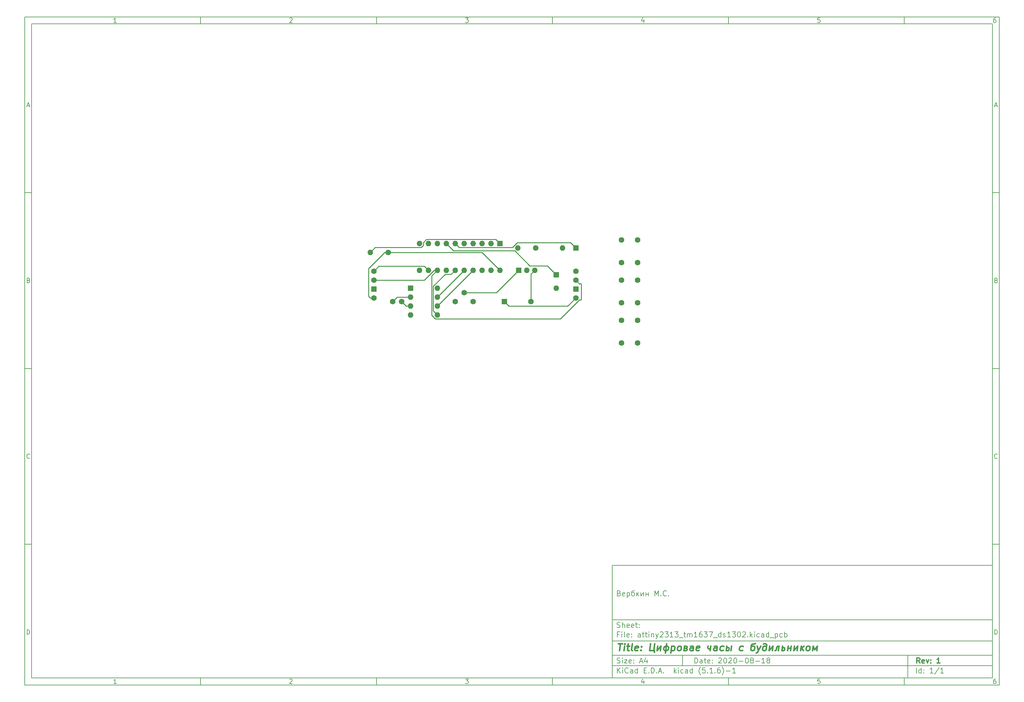
<source format=gbl>
%TF.GenerationSoftware,KiCad,Pcbnew,(5.1.6)-1*%
%TF.CreationDate,2020-08-18T16:34:13+05:00*%
%TF.ProjectId,attiny2313_tm1637_ds1302,61747469-6e79-4323-9331-335f746d3136,1*%
%TF.SameCoordinates,Original*%
%TF.FileFunction,Copper,L2,Bot*%
%TF.FilePolarity,Positive*%
%FSLAX46Y46*%
G04 Gerber Fmt 4.6, Leading zero omitted, Abs format (unit mm)*
G04 Created by KiCad (PCBNEW (5.1.6)-1) date 2020-08-18 16:34:13*
%MOMM*%
%LPD*%
G01*
G04 APERTURE LIST*
%ADD10C,0.100000*%
%ADD11C,0.150000*%
%ADD12C,0.300000*%
%ADD13C,0.400000*%
%TA.AperFunction,ComponentPad*%
%ADD14C,1.600000*%
%TD*%
%TA.AperFunction,ComponentPad*%
%ADD15R,1.600000X1.600000*%
%TD*%
%TA.AperFunction,ComponentPad*%
%ADD16O,1.600000X1.600000*%
%TD*%
%TA.AperFunction,Conductor*%
%ADD17C,0.250000*%
%TD*%
G04 APERTURE END LIST*
D10*
D11*
X177002200Y-166007200D02*
X177002200Y-198007200D01*
X285002200Y-198007200D01*
X285002200Y-166007200D01*
X177002200Y-166007200D01*
D10*
D11*
X10000000Y-10000000D02*
X10000000Y-200007200D01*
X287002200Y-200007200D01*
X287002200Y-10000000D01*
X10000000Y-10000000D01*
D10*
D11*
X12000000Y-12000000D02*
X12000000Y-198007200D01*
X285002200Y-198007200D01*
X285002200Y-12000000D01*
X12000000Y-12000000D01*
D10*
D11*
X60000000Y-12000000D02*
X60000000Y-10000000D01*
D10*
D11*
X110000000Y-12000000D02*
X110000000Y-10000000D01*
D10*
D11*
X160000000Y-12000000D02*
X160000000Y-10000000D01*
D10*
D11*
X210000000Y-12000000D02*
X210000000Y-10000000D01*
D10*
D11*
X260000000Y-12000000D02*
X260000000Y-10000000D01*
D10*
D11*
X36065476Y-11588095D02*
X35322619Y-11588095D01*
X35694047Y-11588095D02*
X35694047Y-10288095D01*
X35570238Y-10473809D01*
X35446428Y-10597619D01*
X35322619Y-10659523D01*
D10*
D11*
X85322619Y-10411904D02*
X85384523Y-10350000D01*
X85508333Y-10288095D01*
X85817857Y-10288095D01*
X85941666Y-10350000D01*
X86003571Y-10411904D01*
X86065476Y-10535714D01*
X86065476Y-10659523D01*
X86003571Y-10845238D01*
X85260714Y-11588095D01*
X86065476Y-11588095D01*
D10*
D11*
X135260714Y-10288095D02*
X136065476Y-10288095D01*
X135632142Y-10783333D01*
X135817857Y-10783333D01*
X135941666Y-10845238D01*
X136003571Y-10907142D01*
X136065476Y-11030952D01*
X136065476Y-11340476D01*
X136003571Y-11464285D01*
X135941666Y-11526190D01*
X135817857Y-11588095D01*
X135446428Y-11588095D01*
X135322619Y-11526190D01*
X135260714Y-11464285D01*
D10*
D11*
X185941666Y-10721428D02*
X185941666Y-11588095D01*
X185632142Y-10226190D02*
X185322619Y-11154761D01*
X186127380Y-11154761D01*
D10*
D11*
X236003571Y-10288095D02*
X235384523Y-10288095D01*
X235322619Y-10907142D01*
X235384523Y-10845238D01*
X235508333Y-10783333D01*
X235817857Y-10783333D01*
X235941666Y-10845238D01*
X236003571Y-10907142D01*
X236065476Y-11030952D01*
X236065476Y-11340476D01*
X236003571Y-11464285D01*
X235941666Y-11526190D01*
X235817857Y-11588095D01*
X235508333Y-11588095D01*
X235384523Y-11526190D01*
X235322619Y-11464285D01*
D10*
D11*
X285941666Y-10288095D02*
X285694047Y-10288095D01*
X285570238Y-10350000D01*
X285508333Y-10411904D01*
X285384523Y-10597619D01*
X285322619Y-10845238D01*
X285322619Y-11340476D01*
X285384523Y-11464285D01*
X285446428Y-11526190D01*
X285570238Y-11588095D01*
X285817857Y-11588095D01*
X285941666Y-11526190D01*
X286003571Y-11464285D01*
X286065476Y-11340476D01*
X286065476Y-11030952D01*
X286003571Y-10907142D01*
X285941666Y-10845238D01*
X285817857Y-10783333D01*
X285570238Y-10783333D01*
X285446428Y-10845238D01*
X285384523Y-10907142D01*
X285322619Y-11030952D01*
D10*
D11*
X60000000Y-198007200D02*
X60000000Y-200007200D01*
D10*
D11*
X110000000Y-198007200D02*
X110000000Y-200007200D01*
D10*
D11*
X160000000Y-198007200D02*
X160000000Y-200007200D01*
D10*
D11*
X210000000Y-198007200D02*
X210000000Y-200007200D01*
D10*
D11*
X260000000Y-198007200D02*
X260000000Y-200007200D01*
D10*
D11*
X36065476Y-199595295D02*
X35322619Y-199595295D01*
X35694047Y-199595295D02*
X35694047Y-198295295D01*
X35570238Y-198481009D01*
X35446428Y-198604819D01*
X35322619Y-198666723D01*
D10*
D11*
X85322619Y-198419104D02*
X85384523Y-198357200D01*
X85508333Y-198295295D01*
X85817857Y-198295295D01*
X85941666Y-198357200D01*
X86003571Y-198419104D01*
X86065476Y-198542914D01*
X86065476Y-198666723D01*
X86003571Y-198852438D01*
X85260714Y-199595295D01*
X86065476Y-199595295D01*
D10*
D11*
X135260714Y-198295295D02*
X136065476Y-198295295D01*
X135632142Y-198790533D01*
X135817857Y-198790533D01*
X135941666Y-198852438D01*
X136003571Y-198914342D01*
X136065476Y-199038152D01*
X136065476Y-199347676D01*
X136003571Y-199471485D01*
X135941666Y-199533390D01*
X135817857Y-199595295D01*
X135446428Y-199595295D01*
X135322619Y-199533390D01*
X135260714Y-199471485D01*
D10*
D11*
X185941666Y-198728628D02*
X185941666Y-199595295D01*
X185632142Y-198233390D02*
X185322619Y-199161961D01*
X186127380Y-199161961D01*
D10*
D11*
X236003571Y-198295295D02*
X235384523Y-198295295D01*
X235322619Y-198914342D01*
X235384523Y-198852438D01*
X235508333Y-198790533D01*
X235817857Y-198790533D01*
X235941666Y-198852438D01*
X236003571Y-198914342D01*
X236065476Y-199038152D01*
X236065476Y-199347676D01*
X236003571Y-199471485D01*
X235941666Y-199533390D01*
X235817857Y-199595295D01*
X235508333Y-199595295D01*
X235384523Y-199533390D01*
X235322619Y-199471485D01*
D10*
D11*
X285941666Y-198295295D02*
X285694047Y-198295295D01*
X285570238Y-198357200D01*
X285508333Y-198419104D01*
X285384523Y-198604819D01*
X285322619Y-198852438D01*
X285322619Y-199347676D01*
X285384523Y-199471485D01*
X285446428Y-199533390D01*
X285570238Y-199595295D01*
X285817857Y-199595295D01*
X285941666Y-199533390D01*
X286003571Y-199471485D01*
X286065476Y-199347676D01*
X286065476Y-199038152D01*
X286003571Y-198914342D01*
X285941666Y-198852438D01*
X285817857Y-198790533D01*
X285570238Y-198790533D01*
X285446428Y-198852438D01*
X285384523Y-198914342D01*
X285322619Y-199038152D01*
D10*
D11*
X10000000Y-60000000D02*
X12000000Y-60000000D01*
D10*
D11*
X10000000Y-110000000D02*
X12000000Y-110000000D01*
D10*
D11*
X10000000Y-160000000D02*
X12000000Y-160000000D01*
D10*
D11*
X10690476Y-35216666D02*
X11309523Y-35216666D01*
X10566666Y-35588095D02*
X11000000Y-34288095D01*
X11433333Y-35588095D01*
D10*
D11*
X11092857Y-84907142D02*
X11278571Y-84969047D01*
X11340476Y-85030952D01*
X11402380Y-85154761D01*
X11402380Y-85340476D01*
X11340476Y-85464285D01*
X11278571Y-85526190D01*
X11154761Y-85588095D01*
X10659523Y-85588095D01*
X10659523Y-84288095D01*
X11092857Y-84288095D01*
X11216666Y-84350000D01*
X11278571Y-84411904D01*
X11340476Y-84535714D01*
X11340476Y-84659523D01*
X11278571Y-84783333D01*
X11216666Y-84845238D01*
X11092857Y-84907142D01*
X10659523Y-84907142D01*
D10*
D11*
X11402380Y-135464285D02*
X11340476Y-135526190D01*
X11154761Y-135588095D01*
X11030952Y-135588095D01*
X10845238Y-135526190D01*
X10721428Y-135402380D01*
X10659523Y-135278571D01*
X10597619Y-135030952D01*
X10597619Y-134845238D01*
X10659523Y-134597619D01*
X10721428Y-134473809D01*
X10845238Y-134350000D01*
X11030952Y-134288095D01*
X11154761Y-134288095D01*
X11340476Y-134350000D01*
X11402380Y-134411904D01*
D10*
D11*
X10659523Y-185588095D02*
X10659523Y-184288095D01*
X10969047Y-184288095D01*
X11154761Y-184350000D01*
X11278571Y-184473809D01*
X11340476Y-184597619D01*
X11402380Y-184845238D01*
X11402380Y-185030952D01*
X11340476Y-185278571D01*
X11278571Y-185402380D01*
X11154761Y-185526190D01*
X10969047Y-185588095D01*
X10659523Y-185588095D01*
D10*
D11*
X287002200Y-60000000D02*
X285002200Y-60000000D01*
D10*
D11*
X287002200Y-110000000D02*
X285002200Y-110000000D01*
D10*
D11*
X287002200Y-160000000D02*
X285002200Y-160000000D01*
D10*
D11*
X285692676Y-35216666D02*
X286311723Y-35216666D01*
X285568866Y-35588095D02*
X286002200Y-34288095D01*
X286435533Y-35588095D01*
D10*
D11*
X286095057Y-84907142D02*
X286280771Y-84969047D01*
X286342676Y-85030952D01*
X286404580Y-85154761D01*
X286404580Y-85340476D01*
X286342676Y-85464285D01*
X286280771Y-85526190D01*
X286156961Y-85588095D01*
X285661723Y-85588095D01*
X285661723Y-84288095D01*
X286095057Y-84288095D01*
X286218866Y-84350000D01*
X286280771Y-84411904D01*
X286342676Y-84535714D01*
X286342676Y-84659523D01*
X286280771Y-84783333D01*
X286218866Y-84845238D01*
X286095057Y-84907142D01*
X285661723Y-84907142D01*
D10*
D11*
X286404580Y-135464285D02*
X286342676Y-135526190D01*
X286156961Y-135588095D01*
X286033152Y-135588095D01*
X285847438Y-135526190D01*
X285723628Y-135402380D01*
X285661723Y-135278571D01*
X285599819Y-135030952D01*
X285599819Y-134845238D01*
X285661723Y-134597619D01*
X285723628Y-134473809D01*
X285847438Y-134350000D01*
X286033152Y-134288095D01*
X286156961Y-134288095D01*
X286342676Y-134350000D01*
X286404580Y-134411904D01*
D10*
D11*
X285661723Y-185588095D02*
X285661723Y-184288095D01*
X285971247Y-184288095D01*
X286156961Y-184350000D01*
X286280771Y-184473809D01*
X286342676Y-184597619D01*
X286404580Y-184845238D01*
X286404580Y-185030952D01*
X286342676Y-185278571D01*
X286280771Y-185402380D01*
X286156961Y-185526190D01*
X285971247Y-185588095D01*
X285661723Y-185588095D01*
D10*
D11*
X200434342Y-193785771D02*
X200434342Y-192285771D01*
X200791485Y-192285771D01*
X201005771Y-192357200D01*
X201148628Y-192500057D01*
X201220057Y-192642914D01*
X201291485Y-192928628D01*
X201291485Y-193142914D01*
X201220057Y-193428628D01*
X201148628Y-193571485D01*
X201005771Y-193714342D01*
X200791485Y-193785771D01*
X200434342Y-193785771D01*
X202577200Y-193785771D02*
X202577200Y-193000057D01*
X202505771Y-192857200D01*
X202362914Y-192785771D01*
X202077200Y-192785771D01*
X201934342Y-192857200D01*
X202577200Y-193714342D02*
X202434342Y-193785771D01*
X202077200Y-193785771D01*
X201934342Y-193714342D01*
X201862914Y-193571485D01*
X201862914Y-193428628D01*
X201934342Y-193285771D01*
X202077200Y-193214342D01*
X202434342Y-193214342D01*
X202577200Y-193142914D01*
X203077200Y-192785771D02*
X203648628Y-192785771D01*
X203291485Y-192285771D02*
X203291485Y-193571485D01*
X203362914Y-193714342D01*
X203505771Y-193785771D01*
X203648628Y-193785771D01*
X204720057Y-193714342D02*
X204577200Y-193785771D01*
X204291485Y-193785771D01*
X204148628Y-193714342D01*
X204077200Y-193571485D01*
X204077200Y-193000057D01*
X204148628Y-192857200D01*
X204291485Y-192785771D01*
X204577200Y-192785771D01*
X204720057Y-192857200D01*
X204791485Y-193000057D01*
X204791485Y-193142914D01*
X204077200Y-193285771D01*
X205434342Y-193642914D02*
X205505771Y-193714342D01*
X205434342Y-193785771D01*
X205362914Y-193714342D01*
X205434342Y-193642914D01*
X205434342Y-193785771D01*
X205434342Y-192857200D02*
X205505771Y-192928628D01*
X205434342Y-193000057D01*
X205362914Y-192928628D01*
X205434342Y-192857200D01*
X205434342Y-193000057D01*
X207220057Y-192428628D02*
X207291485Y-192357200D01*
X207434342Y-192285771D01*
X207791485Y-192285771D01*
X207934342Y-192357200D01*
X208005771Y-192428628D01*
X208077200Y-192571485D01*
X208077200Y-192714342D01*
X208005771Y-192928628D01*
X207148628Y-193785771D01*
X208077200Y-193785771D01*
X209005771Y-192285771D02*
X209148628Y-192285771D01*
X209291485Y-192357200D01*
X209362914Y-192428628D01*
X209434342Y-192571485D01*
X209505771Y-192857200D01*
X209505771Y-193214342D01*
X209434342Y-193500057D01*
X209362914Y-193642914D01*
X209291485Y-193714342D01*
X209148628Y-193785771D01*
X209005771Y-193785771D01*
X208862914Y-193714342D01*
X208791485Y-193642914D01*
X208720057Y-193500057D01*
X208648628Y-193214342D01*
X208648628Y-192857200D01*
X208720057Y-192571485D01*
X208791485Y-192428628D01*
X208862914Y-192357200D01*
X209005771Y-192285771D01*
X210077200Y-192428628D02*
X210148628Y-192357200D01*
X210291485Y-192285771D01*
X210648628Y-192285771D01*
X210791485Y-192357200D01*
X210862914Y-192428628D01*
X210934342Y-192571485D01*
X210934342Y-192714342D01*
X210862914Y-192928628D01*
X210005771Y-193785771D01*
X210934342Y-193785771D01*
X211862914Y-192285771D02*
X212005771Y-192285771D01*
X212148628Y-192357200D01*
X212220057Y-192428628D01*
X212291485Y-192571485D01*
X212362914Y-192857200D01*
X212362914Y-193214342D01*
X212291485Y-193500057D01*
X212220057Y-193642914D01*
X212148628Y-193714342D01*
X212005771Y-193785771D01*
X211862914Y-193785771D01*
X211720057Y-193714342D01*
X211648628Y-193642914D01*
X211577200Y-193500057D01*
X211505771Y-193214342D01*
X211505771Y-192857200D01*
X211577200Y-192571485D01*
X211648628Y-192428628D01*
X211720057Y-192357200D01*
X211862914Y-192285771D01*
X213005771Y-193214342D02*
X214148628Y-193214342D01*
X215148628Y-192285771D02*
X215291485Y-192285771D01*
X215434342Y-192357200D01*
X215505771Y-192428628D01*
X215577200Y-192571485D01*
X215648628Y-192857200D01*
X215648628Y-193214342D01*
X215577200Y-193500057D01*
X215505771Y-193642914D01*
X215434342Y-193714342D01*
X215291485Y-193785771D01*
X215148628Y-193785771D01*
X215005771Y-193714342D01*
X214934342Y-193642914D01*
X214862914Y-193500057D01*
X214791485Y-193214342D01*
X214791485Y-192857200D01*
X214862914Y-192571485D01*
X214934342Y-192428628D01*
X215005771Y-192357200D01*
X215148628Y-192285771D01*
X216505771Y-192928628D02*
X216362914Y-192857200D01*
X216291485Y-192785771D01*
X216220057Y-192642914D01*
X216220057Y-192571485D01*
X216291485Y-192428628D01*
X216362914Y-192357200D01*
X216505771Y-192285771D01*
X216791485Y-192285771D01*
X216934342Y-192357200D01*
X217005771Y-192428628D01*
X217077200Y-192571485D01*
X217077200Y-192642914D01*
X217005771Y-192785771D01*
X216934342Y-192857200D01*
X216791485Y-192928628D01*
X216505771Y-192928628D01*
X216362914Y-193000057D01*
X216291485Y-193071485D01*
X216220057Y-193214342D01*
X216220057Y-193500057D01*
X216291485Y-193642914D01*
X216362914Y-193714342D01*
X216505771Y-193785771D01*
X216791485Y-193785771D01*
X216934342Y-193714342D01*
X217005771Y-193642914D01*
X217077200Y-193500057D01*
X217077200Y-193214342D01*
X217005771Y-193071485D01*
X216934342Y-193000057D01*
X216791485Y-192928628D01*
X217720057Y-193214342D02*
X218862914Y-193214342D01*
X220362914Y-193785771D02*
X219505771Y-193785771D01*
X219934342Y-193785771D02*
X219934342Y-192285771D01*
X219791485Y-192500057D01*
X219648628Y-192642914D01*
X219505771Y-192714342D01*
X221220057Y-192928628D02*
X221077200Y-192857200D01*
X221005771Y-192785771D01*
X220934342Y-192642914D01*
X220934342Y-192571485D01*
X221005771Y-192428628D01*
X221077200Y-192357200D01*
X221220057Y-192285771D01*
X221505771Y-192285771D01*
X221648628Y-192357200D01*
X221720057Y-192428628D01*
X221791485Y-192571485D01*
X221791485Y-192642914D01*
X221720057Y-192785771D01*
X221648628Y-192857200D01*
X221505771Y-192928628D01*
X221220057Y-192928628D01*
X221077200Y-193000057D01*
X221005771Y-193071485D01*
X220934342Y-193214342D01*
X220934342Y-193500057D01*
X221005771Y-193642914D01*
X221077200Y-193714342D01*
X221220057Y-193785771D01*
X221505771Y-193785771D01*
X221648628Y-193714342D01*
X221720057Y-193642914D01*
X221791485Y-193500057D01*
X221791485Y-193214342D01*
X221720057Y-193071485D01*
X221648628Y-193000057D01*
X221505771Y-192928628D01*
D10*
D11*
X177002200Y-194507200D02*
X285002200Y-194507200D01*
D10*
D11*
X178434342Y-196585771D02*
X178434342Y-195085771D01*
X179291485Y-196585771D02*
X178648628Y-195728628D01*
X179291485Y-195085771D02*
X178434342Y-195942914D01*
X179934342Y-196585771D02*
X179934342Y-195585771D01*
X179934342Y-195085771D02*
X179862914Y-195157200D01*
X179934342Y-195228628D01*
X180005771Y-195157200D01*
X179934342Y-195085771D01*
X179934342Y-195228628D01*
X181505771Y-196442914D02*
X181434342Y-196514342D01*
X181220057Y-196585771D01*
X181077200Y-196585771D01*
X180862914Y-196514342D01*
X180720057Y-196371485D01*
X180648628Y-196228628D01*
X180577200Y-195942914D01*
X180577200Y-195728628D01*
X180648628Y-195442914D01*
X180720057Y-195300057D01*
X180862914Y-195157200D01*
X181077200Y-195085771D01*
X181220057Y-195085771D01*
X181434342Y-195157200D01*
X181505771Y-195228628D01*
X182791485Y-196585771D02*
X182791485Y-195800057D01*
X182720057Y-195657200D01*
X182577200Y-195585771D01*
X182291485Y-195585771D01*
X182148628Y-195657200D01*
X182791485Y-196514342D02*
X182648628Y-196585771D01*
X182291485Y-196585771D01*
X182148628Y-196514342D01*
X182077200Y-196371485D01*
X182077200Y-196228628D01*
X182148628Y-196085771D01*
X182291485Y-196014342D01*
X182648628Y-196014342D01*
X182791485Y-195942914D01*
X184148628Y-196585771D02*
X184148628Y-195085771D01*
X184148628Y-196514342D02*
X184005771Y-196585771D01*
X183720057Y-196585771D01*
X183577200Y-196514342D01*
X183505771Y-196442914D01*
X183434342Y-196300057D01*
X183434342Y-195871485D01*
X183505771Y-195728628D01*
X183577200Y-195657200D01*
X183720057Y-195585771D01*
X184005771Y-195585771D01*
X184148628Y-195657200D01*
X186005771Y-195800057D02*
X186505771Y-195800057D01*
X186720057Y-196585771D02*
X186005771Y-196585771D01*
X186005771Y-195085771D01*
X186720057Y-195085771D01*
X187362914Y-196442914D02*
X187434342Y-196514342D01*
X187362914Y-196585771D01*
X187291485Y-196514342D01*
X187362914Y-196442914D01*
X187362914Y-196585771D01*
X188077200Y-196585771D02*
X188077200Y-195085771D01*
X188434342Y-195085771D01*
X188648628Y-195157200D01*
X188791485Y-195300057D01*
X188862914Y-195442914D01*
X188934342Y-195728628D01*
X188934342Y-195942914D01*
X188862914Y-196228628D01*
X188791485Y-196371485D01*
X188648628Y-196514342D01*
X188434342Y-196585771D01*
X188077200Y-196585771D01*
X189577200Y-196442914D02*
X189648628Y-196514342D01*
X189577200Y-196585771D01*
X189505771Y-196514342D01*
X189577200Y-196442914D01*
X189577200Y-196585771D01*
X190220057Y-196157200D02*
X190934342Y-196157200D01*
X190077200Y-196585771D02*
X190577200Y-195085771D01*
X191077200Y-196585771D01*
X191577200Y-196442914D02*
X191648628Y-196514342D01*
X191577200Y-196585771D01*
X191505771Y-196514342D01*
X191577200Y-196442914D01*
X191577200Y-196585771D01*
X194577200Y-196585771D02*
X194577200Y-195085771D01*
X194720057Y-196014342D02*
X195148628Y-196585771D01*
X195148628Y-195585771D02*
X194577200Y-196157200D01*
X195791485Y-196585771D02*
X195791485Y-195585771D01*
X195791485Y-195085771D02*
X195720057Y-195157200D01*
X195791485Y-195228628D01*
X195862914Y-195157200D01*
X195791485Y-195085771D01*
X195791485Y-195228628D01*
X197148628Y-196514342D02*
X197005771Y-196585771D01*
X196720057Y-196585771D01*
X196577200Y-196514342D01*
X196505771Y-196442914D01*
X196434342Y-196300057D01*
X196434342Y-195871485D01*
X196505771Y-195728628D01*
X196577200Y-195657200D01*
X196720057Y-195585771D01*
X197005771Y-195585771D01*
X197148628Y-195657200D01*
X198434342Y-196585771D02*
X198434342Y-195800057D01*
X198362914Y-195657200D01*
X198220057Y-195585771D01*
X197934342Y-195585771D01*
X197791485Y-195657200D01*
X198434342Y-196514342D02*
X198291485Y-196585771D01*
X197934342Y-196585771D01*
X197791485Y-196514342D01*
X197720057Y-196371485D01*
X197720057Y-196228628D01*
X197791485Y-196085771D01*
X197934342Y-196014342D01*
X198291485Y-196014342D01*
X198434342Y-195942914D01*
X199791485Y-196585771D02*
X199791485Y-195085771D01*
X199791485Y-196514342D02*
X199648628Y-196585771D01*
X199362914Y-196585771D01*
X199220057Y-196514342D01*
X199148628Y-196442914D01*
X199077200Y-196300057D01*
X199077200Y-195871485D01*
X199148628Y-195728628D01*
X199220057Y-195657200D01*
X199362914Y-195585771D01*
X199648628Y-195585771D01*
X199791485Y-195657200D01*
X202077200Y-197157200D02*
X202005771Y-197085771D01*
X201862914Y-196871485D01*
X201791485Y-196728628D01*
X201720057Y-196514342D01*
X201648628Y-196157200D01*
X201648628Y-195871485D01*
X201720057Y-195514342D01*
X201791485Y-195300057D01*
X201862914Y-195157200D01*
X202005771Y-194942914D01*
X202077200Y-194871485D01*
X203362914Y-195085771D02*
X202648628Y-195085771D01*
X202577200Y-195800057D01*
X202648628Y-195728628D01*
X202791485Y-195657200D01*
X203148628Y-195657200D01*
X203291485Y-195728628D01*
X203362914Y-195800057D01*
X203434342Y-195942914D01*
X203434342Y-196300057D01*
X203362914Y-196442914D01*
X203291485Y-196514342D01*
X203148628Y-196585771D01*
X202791485Y-196585771D01*
X202648628Y-196514342D01*
X202577200Y-196442914D01*
X204077200Y-196442914D02*
X204148628Y-196514342D01*
X204077200Y-196585771D01*
X204005771Y-196514342D01*
X204077200Y-196442914D01*
X204077200Y-196585771D01*
X205577200Y-196585771D02*
X204720057Y-196585771D01*
X205148628Y-196585771D02*
X205148628Y-195085771D01*
X205005771Y-195300057D01*
X204862914Y-195442914D01*
X204720057Y-195514342D01*
X206220057Y-196442914D02*
X206291485Y-196514342D01*
X206220057Y-196585771D01*
X206148628Y-196514342D01*
X206220057Y-196442914D01*
X206220057Y-196585771D01*
X207577200Y-195085771D02*
X207291485Y-195085771D01*
X207148628Y-195157200D01*
X207077200Y-195228628D01*
X206934342Y-195442914D01*
X206862914Y-195728628D01*
X206862914Y-196300057D01*
X206934342Y-196442914D01*
X207005771Y-196514342D01*
X207148628Y-196585771D01*
X207434342Y-196585771D01*
X207577200Y-196514342D01*
X207648628Y-196442914D01*
X207720057Y-196300057D01*
X207720057Y-195942914D01*
X207648628Y-195800057D01*
X207577200Y-195728628D01*
X207434342Y-195657200D01*
X207148628Y-195657200D01*
X207005771Y-195728628D01*
X206934342Y-195800057D01*
X206862914Y-195942914D01*
X208220057Y-197157200D02*
X208291485Y-197085771D01*
X208434342Y-196871485D01*
X208505771Y-196728628D01*
X208577200Y-196514342D01*
X208648628Y-196157200D01*
X208648628Y-195871485D01*
X208577200Y-195514342D01*
X208505771Y-195300057D01*
X208434342Y-195157200D01*
X208291485Y-194942914D01*
X208220057Y-194871485D01*
X209362914Y-196014342D02*
X210505771Y-196014342D01*
X212005771Y-196585771D02*
X211148628Y-196585771D01*
X211577200Y-196585771D02*
X211577200Y-195085771D01*
X211434342Y-195300057D01*
X211291485Y-195442914D01*
X211148628Y-195514342D01*
D10*
D11*
X177002200Y-191507200D02*
X285002200Y-191507200D01*
D10*
D12*
X264411485Y-193785771D02*
X263911485Y-193071485D01*
X263554342Y-193785771D02*
X263554342Y-192285771D01*
X264125771Y-192285771D01*
X264268628Y-192357200D01*
X264340057Y-192428628D01*
X264411485Y-192571485D01*
X264411485Y-192785771D01*
X264340057Y-192928628D01*
X264268628Y-193000057D01*
X264125771Y-193071485D01*
X263554342Y-193071485D01*
X265625771Y-193714342D02*
X265482914Y-193785771D01*
X265197200Y-193785771D01*
X265054342Y-193714342D01*
X264982914Y-193571485D01*
X264982914Y-193000057D01*
X265054342Y-192857200D01*
X265197200Y-192785771D01*
X265482914Y-192785771D01*
X265625771Y-192857200D01*
X265697200Y-193000057D01*
X265697200Y-193142914D01*
X264982914Y-193285771D01*
X266197200Y-192785771D02*
X266554342Y-193785771D01*
X266911485Y-192785771D01*
X267482914Y-193642914D02*
X267554342Y-193714342D01*
X267482914Y-193785771D01*
X267411485Y-193714342D01*
X267482914Y-193642914D01*
X267482914Y-193785771D01*
X267482914Y-192857200D02*
X267554342Y-192928628D01*
X267482914Y-193000057D01*
X267411485Y-192928628D01*
X267482914Y-192857200D01*
X267482914Y-193000057D01*
X270125771Y-193785771D02*
X269268628Y-193785771D01*
X269697200Y-193785771D02*
X269697200Y-192285771D01*
X269554342Y-192500057D01*
X269411485Y-192642914D01*
X269268628Y-192714342D01*
D10*
D11*
X178362914Y-193714342D02*
X178577200Y-193785771D01*
X178934342Y-193785771D01*
X179077200Y-193714342D01*
X179148628Y-193642914D01*
X179220057Y-193500057D01*
X179220057Y-193357200D01*
X179148628Y-193214342D01*
X179077200Y-193142914D01*
X178934342Y-193071485D01*
X178648628Y-193000057D01*
X178505771Y-192928628D01*
X178434342Y-192857200D01*
X178362914Y-192714342D01*
X178362914Y-192571485D01*
X178434342Y-192428628D01*
X178505771Y-192357200D01*
X178648628Y-192285771D01*
X179005771Y-192285771D01*
X179220057Y-192357200D01*
X179862914Y-193785771D02*
X179862914Y-192785771D01*
X179862914Y-192285771D02*
X179791485Y-192357200D01*
X179862914Y-192428628D01*
X179934342Y-192357200D01*
X179862914Y-192285771D01*
X179862914Y-192428628D01*
X180434342Y-192785771D02*
X181220057Y-192785771D01*
X180434342Y-193785771D01*
X181220057Y-193785771D01*
X182362914Y-193714342D02*
X182220057Y-193785771D01*
X181934342Y-193785771D01*
X181791485Y-193714342D01*
X181720057Y-193571485D01*
X181720057Y-193000057D01*
X181791485Y-192857200D01*
X181934342Y-192785771D01*
X182220057Y-192785771D01*
X182362914Y-192857200D01*
X182434342Y-193000057D01*
X182434342Y-193142914D01*
X181720057Y-193285771D01*
X183077200Y-193642914D02*
X183148628Y-193714342D01*
X183077200Y-193785771D01*
X183005771Y-193714342D01*
X183077200Y-193642914D01*
X183077200Y-193785771D01*
X183077200Y-192857200D02*
X183148628Y-192928628D01*
X183077200Y-193000057D01*
X183005771Y-192928628D01*
X183077200Y-192857200D01*
X183077200Y-193000057D01*
X184862914Y-193357200D02*
X185577200Y-193357200D01*
X184720057Y-193785771D02*
X185220057Y-192285771D01*
X185720057Y-193785771D01*
X186862914Y-192785771D02*
X186862914Y-193785771D01*
X186505771Y-192214342D02*
X186148628Y-193285771D01*
X187077200Y-193285771D01*
D10*
D11*
X263434342Y-196585771D02*
X263434342Y-195085771D01*
X264791485Y-196585771D02*
X264791485Y-195085771D01*
X264791485Y-196514342D02*
X264648628Y-196585771D01*
X264362914Y-196585771D01*
X264220057Y-196514342D01*
X264148628Y-196442914D01*
X264077200Y-196300057D01*
X264077200Y-195871485D01*
X264148628Y-195728628D01*
X264220057Y-195657200D01*
X264362914Y-195585771D01*
X264648628Y-195585771D01*
X264791485Y-195657200D01*
X265505771Y-196442914D02*
X265577200Y-196514342D01*
X265505771Y-196585771D01*
X265434342Y-196514342D01*
X265505771Y-196442914D01*
X265505771Y-196585771D01*
X265505771Y-195657200D02*
X265577200Y-195728628D01*
X265505771Y-195800057D01*
X265434342Y-195728628D01*
X265505771Y-195657200D01*
X265505771Y-195800057D01*
X268148628Y-196585771D02*
X267291485Y-196585771D01*
X267720057Y-196585771D02*
X267720057Y-195085771D01*
X267577200Y-195300057D01*
X267434342Y-195442914D01*
X267291485Y-195514342D01*
X269862914Y-195014342D02*
X268577200Y-196942914D01*
X271148628Y-196585771D02*
X270291485Y-196585771D01*
X270720057Y-196585771D02*
X270720057Y-195085771D01*
X270577200Y-195300057D01*
X270434342Y-195442914D01*
X270291485Y-195514342D01*
D10*
D11*
X177002200Y-187507200D02*
X285002200Y-187507200D01*
D10*
D13*
X178714580Y-188211961D02*
X179857438Y-188211961D01*
X179036009Y-190211961D02*
X179286009Y-188211961D01*
X180274104Y-190211961D02*
X180440771Y-188878628D01*
X180524104Y-188211961D02*
X180416961Y-188307200D01*
X180500295Y-188402438D01*
X180607438Y-188307200D01*
X180524104Y-188211961D01*
X180500295Y-188402438D01*
X181107438Y-188878628D02*
X181869342Y-188878628D01*
X181476485Y-188211961D02*
X181262200Y-189926247D01*
X181333628Y-190116723D01*
X181512200Y-190211961D01*
X181702676Y-190211961D01*
X182655057Y-190211961D02*
X182476485Y-190116723D01*
X182405057Y-189926247D01*
X182619342Y-188211961D01*
X184190771Y-190116723D02*
X183988390Y-190211961D01*
X183607438Y-190211961D01*
X183428866Y-190116723D01*
X183357438Y-189926247D01*
X183452676Y-189164342D01*
X183571723Y-188973866D01*
X183774104Y-188878628D01*
X184155057Y-188878628D01*
X184333628Y-188973866D01*
X184405057Y-189164342D01*
X184381247Y-189354819D01*
X183405057Y-189545295D01*
X185155057Y-190021485D02*
X185238390Y-190116723D01*
X185131247Y-190211961D01*
X185047914Y-190116723D01*
X185155057Y-190021485D01*
X185131247Y-190211961D01*
X185286009Y-188973866D02*
X185369342Y-189069104D01*
X185262200Y-189164342D01*
X185178866Y-189069104D01*
X185286009Y-188973866D01*
X185262200Y-189164342D01*
X189000295Y-188211961D02*
X188750295Y-190211961D01*
X187857438Y-188211961D02*
X187607438Y-190211961D01*
X188940771Y-190211961D01*
X188881247Y-190688152D01*
X189869342Y-188878628D02*
X189702676Y-190211961D01*
X190821723Y-188878628D01*
X190655057Y-190211961D01*
X192428866Y-188211961D02*
X192095533Y-190878628D01*
X192155057Y-188878628D02*
X192536009Y-188878628D01*
X192714580Y-188973866D01*
X192881247Y-189164342D01*
X192952676Y-189354819D01*
X192905057Y-189735771D01*
X192786009Y-189926247D01*
X192571723Y-190116723D01*
X192369342Y-190211961D01*
X191988390Y-190211961D01*
X191809819Y-190116723D01*
X191643152Y-189926247D01*
X191571723Y-189735771D01*
X191619342Y-189354819D01*
X191738390Y-189164342D01*
X191952676Y-188973866D01*
X192155057Y-188878628D01*
X193869342Y-188878628D02*
X193619342Y-190878628D01*
X193857438Y-188973866D02*
X194059819Y-188878628D01*
X194440771Y-188878628D01*
X194619342Y-188973866D01*
X194702676Y-189069104D01*
X194774104Y-189259580D01*
X194702676Y-189831009D01*
X194583628Y-190021485D01*
X194476485Y-190116723D01*
X194274104Y-190211961D01*
X193893152Y-190211961D01*
X193714580Y-190116723D01*
X195797914Y-190211961D02*
X195619342Y-190116723D01*
X195536009Y-190021485D01*
X195464580Y-189831009D01*
X195536009Y-189259580D01*
X195655057Y-189069104D01*
X195762200Y-188973866D01*
X195964580Y-188878628D01*
X196250295Y-188878628D01*
X196428866Y-188973866D01*
X196512200Y-189069104D01*
X196583628Y-189259580D01*
X196512200Y-189831009D01*
X196393152Y-190021485D01*
X196286009Y-190116723D01*
X196083628Y-190211961D01*
X195797914Y-190211961D01*
X197881247Y-189545295D02*
X198155057Y-189640533D01*
X198226485Y-189831009D01*
X198214580Y-189926247D01*
X198095533Y-190116723D01*
X197893152Y-190211961D01*
X197321723Y-190211961D01*
X197488390Y-188878628D01*
X197964580Y-188878628D01*
X198143152Y-188973866D01*
X198214580Y-189164342D01*
X198202676Y-189259580D01*
X198083628Y-189450057D01*
X197881247Y-189545295D01*
X197405057Y-189545295D01*
X199893152Y-190211961D02*
X200024104Y-189164342D01*
X199952676Y-188973866D01*
X199774104Y-188878628D01*
X199393152Y-188878628D01*
X199190771Y-188973866D01*
X199905057Y-190116723D02*
X199702676Y-190211961D01*
X199226485Y-190211961D01*
X199047914Y-190116723D01*
X198976485Y-189926247D01*
X199000295Y-189735771D01*
X199119342Y-189545295D01*
X199321723Y-189450057D01*
X199797914Y-189450057D01*
X200000295Y-189354819D01*
X201619342Y-190116723D02*
X201416961Y-190211961D01*
X201036009Y-190211961D01*
X200857438Y-190116723D01*
X200786009Y-189926247D01*
X200881247Y-189164342D01*
X201000295Y-188973866D01*
X201202676Y-188878628D01*
X201583628Y-188878628D01*
X201762200Y-188973866D01*
X201833628Y-189164342D01*
X201809819Y-189354819D01*
X200833628Y-189545295D01*
X204916961Y-188878628D02*
X204750295Y-190211961D01*
X204155057Y-188878628D02*
X204095533Y-189354819D01*
X204166961Y-189545295D01*
X204345533Y-189640533D01*
X204821723Y-189640533D01*
X206655057Y-190211961D02*
X206786009Y-189164342D01*
X206714580Y-188973866D01*
X206536009Y-188878628D01*
X206155057Y-188878628D01*
X205952676Y-188973866D01*
X206666961Y-190116723D02*
X206464580Y-190211961D01*
X205988390Y-190211961D01*
X205809819Y-190116723D01*
X205738390Y-189926247D01*
X205762200Y-189735771D01*
X205881247Y-189545295D01*
X206083628Y-189450057D01*
X206559819Y-189450057D01*
X206762200Y-189354819D01*
X208476485Y-190116723D02*
X208274104Y-190211961D01*
X207893152Y-190211961D01*
X207714580Y-190116723D01*
X207631247Y-190021485D01*
X207559819Y-189831009D01*
X207631247Y-189259580D01*
X207750295Y-189069104D01*
X207857438Y-188973866D01*
X208059819Y-188878628D01*
X208440771Y-188878628D01*
X208619342Y-188973866D01*
X210821723Y-188878628D02*
X210655057Y-190211961D01*
X209488390Y-188878628D02*
X209321723Y-190211961D01*
X209797914Y-190211961D01*
X210000295Y-190116723D01*
X210119342Y-189926247D01*
X210155057Y-189640533D01*
X210083628Y-189450057D01*
X209905057Y-189354819D01*
X209428866Y-189354819D01*
X214000295Y-190116723D02*
X213797914Y-190211961D01*
X213416961Y-190211961D01*
X213238390Y-190116723D01*
X213155057Y-190021485D01*
X213083628Y-189831009D01*
X213155057Y-189259580D01*
X213274104Y-189069104D01*
X213381247Y-188973866D01*
X213583628Y-188878628D01*
X213964580Y-188878628D01*
X214143152Y-188973866D01*
X217583628Y-188116723D02*
X217476485Y-188211961D01*
X217274104Y-188307200D01*
X216893152Y-188307200D01*
X216690771Y-188402438D01*
X216583628Y-188497676D01*
X216464580Y-188688152D01*
X216321723Y-189831009D01*
X216393152Y-190021485D01*
X216476485Y-190116723D01*
X216655057Y-190211961D01*
X216940771Y-190211961D01*
X217143152Y-190116723D01*
X217250295Y-190021485D01*
X217369342Y-189831009D01*
X217440771Y-189259580D01*
X217369342Y-189069104D01*
X217286009Y-188973866D01*
X217107438Y-188878628D01*
X216726485Y-188878628D01*
X216524104Y-188973866D01*
X216416961Y-189069104D01*
X218155057Y-188878628D02*
X218464580Y-190211961D01*
X219107438Y-188878628D02*
X218464580Y-190211961D01*
X218214580Y-190688152D01*
X218107438Y-190783390D01*
X217905057Y-190878628D01*
X220797914Y-189069104D02*
X220714580Y-188973866D01*
X220536009Y-188878628D01*
X220155057Y-188878628D01*
X219952676Y-188973866D01*
X219845533Y-189069104D01*
X219726485Y-189259580D01*
X219655057Y-189831009D01*
X219726485Y-190021485D01*
X219809819Y-190116723D01*
X219988390Y-190211961D01*
X220274104Y-190211961D01*
X220476485Y-190116723D01*
X220583628Y-190021485D01*
X220702676Y-189831009D01*
X220857438Y-188592914D01*
X220786009Y-188402438D01*
X220702676Y-188307200D01*
X220524104Y-188211961D01*
X220143152Y-188211961D01*
X219940771Y-188307200D01*
X221678866Y-188878628D02*
X221512200Y-190211961D01*
X222631247Y-188878628D01*
X222464580Y-190211961D01*
X224178866Y-190211961D02*
X224345533Y-188878628D01*
X224059819Y-188878628D01*
X223857438Y-188973866D01*
X223738390Y-189164342D01*
X223547914Y-189926247D01*
X223428866Y-190116723D01*
X223226485Y-190211961D01*
X225297914Y-188878628D02*
X225131247Y-190211961D01*
X225607438Y-190211961D01*
X225809819Y-190116723D01*
X225928866Y-189926247D01*
X225964580Y-189640533D01*
X225893152Y-189450057D01*
X225714580Y-189354819D01*
X225238390Y-189354819D01*
X226833628Y-189545295D02*
X227690771Y-189545295D01*
X226916961Y-188878628D02*
X226750295Y-190211961D01*
X227774104Y-188878628D02*
X227607438Y-190211961D01*
X228726485Y-188878628D02*
X228559819Y-190211961D01*
X229678866Y-188878628D01*
X229512199Y-190211961D01*
X230631247Y-188878628D02*
X230464580Y-190211961D01*
X230750295Y-189450057D02*
X231226485Y-190211961D01*
X231393152Y-188878628D02*
X230536009Y-189640533D01*
X232369342Y-190211961D02*
X232190771Y-190116723D01*
X232107438Y-190021485D01*
X232036009Y-189831009D01*
X232107438Y-189259580D01*
X232226485Y-189069104D01*
X232333628Y-188973866D01*
X232536009Y-188878628D01*
X232821723Y-188878628D01*
X233000295Y-188973866D01*
X233083628Y-189069104D01*
X233155057Y-189259580D01*
X233083628Y-189831009D01*
X232964580Y-190021485D01*
X232857438Y-190116723D01*
X232655057Y-190211961D01*
X232369342Y-190211961D01*
X233893152Y-190211961D02*
X234059819Y-188878628D01*
X234500295Y-189926247D01*
X235202676Y-188878628D01*
X235036009Y-190211961D01*
D10*
D11*
X178934342Y-185600057D02*
X178434342Y-185600057D01*
X178434342Y-186385771D02*
X178434342Y-184885771D01*
X179148628Y-184885771D01*
X179720057Y-186385771D02*
X179720057Y-185385771D01*
X179720057Y-184885771D02*
X179648628Y-184957200D01*
X179720057Y-185028628D01*
X179791485Y-184957200D01*
X179720057Y-184885771D01*
X179720057Y-185028628D01*
X180648628Y-186385771D02*
X180505771Y-186314342D01*
X180434342Y-186171485D01*
X180434342Y-184885771D01*
X181791485Y-186314342D02*
X181648628Y-186385771D01*
X181362914Y-186385771D01*
X181220057Y-186314342D01*
X181148628Y-186171485D01*
X181148628Y-185600057D01*
X181220057Y-185457200D01*
X181362914Y-185385771D01*
X181648628Y-185385771D01*
X181791485Y-185457200D01*
X181862914Y-185600057D01*
X181862914Y-185742914D01*
X181148628Y-185885771D01*
X182505771Y-186242914D02*
X182577200Y-186314342D01*
X182505771Y-186385771D01*
X182434342Y-186314342D01*
X182505771Y-186242914D01*
X182505771Y-186385771D01*
X182505771Y-185457200D02*
X182577200Y-185528628D01*
X182505771Y-185600057D01*
X182434342Y-185528628D01*
X182505771Y-185457200D01*
X182505771Y-185600057D01*
X185005771Y-186385771D02*
X185005771Y-185600057D01*
X184934342Y-185457200D01*
X184791485Y-185385771D01*
X184505771Y-185385771D01*
X184362914Y-185457200D01*
X185005771Y-186314342D02*
X184862914Y-186385771D01*
X184505771Y-186385771D01*
X184362914Y-186314342D01*
X184291485Y-186171485D01*
X184291485Y-186028628D01*
X184362914Y-185885771D01*
X184505771Y-185814342D01*
X184862914Y-185814342D01*
X185005771Y-185742914D01*
X185505771Y-185385771D02*
X186077200Y-185385771D01*
X185720057Y-184885771D02*
X185720057Y-186171485D01*
X185791485Y-186314342D01*
X185934342Y-186385771D01*
X186077200Y-186385771D01*
X186362914Y-185385771D02*
X186934342Y-185385771D01*
X186577200Y-184885771D02*
X186577200Y-186171485D01*
X186648628Y-186314342D01*
X186791485Y-186385771D01*
X186934342Y-186385771D01*
X187434342Y-186385771D02*
X187434342Y-185385771D01*
X187434342Y-184885771D02*
X187362914Y-184957200D01*
X187434342Y-185028628D01*
X187505771Y-184957200D01*
X187434342Y-184885771D01*
X187434342Y-185028628D01*
X188148628Y-185385771D02*
X188148628Y-186385771D01*
X188148628Y-185528628D02*
X188220057Y-185457200D01*
X188362914Y-185385771D01*
X188577200Y-185385771D01*
X188720057Y-185457200D01*
X188791485Y-185600057D01*
X188791485Y-186385771D01*
X189362914Y-185385771D02*
X189720057Y-186385771D01*
X190077200Y-185385771D02*
X189720057Y-186385771D01*
X189577200Y-186742914D01*
X189505771Y-186814342D01*
X189362914Y-186885771D01*
X190577200Y-185028628D02*
X190648628Y-184957200D01*
X190791485Y-184885771D01*
X191148628Y-184885771D01*
X191291485Y-184957200D01*
X191362914Y-185028628D01*
X191434342Y-185171485D01*
X191434342Y-185314342D01*
X191362914Y-185528628D01*
X190505771Y-186385771D01*
X191434342Y-186385771D01*
X191934342Y-184885771D02*
X192862914Y-184885771D01*
X192362914Y-185457200D01*
X192577200Y-185457200D01*
X192720057Y-185528628D01*
X192791485Y-185600057D01*
X192862914Y-185742914D01*
X192862914Y-186100057D01*
X192791485Y-186242914D01*
X192720057Y-186314342D01*
X192577200Y-186385771D01*
X192148628Y-186385771D01*
X192005771Y-186314342D01*
X191934342Y-186242914D01*
X194291485Y-186385771D02*
X193434342Y-186385771D01*
X193862914Y-186385771D02*
X193862914Y-184885771D01*
X193720057Y-185100057D01*
X193577200Y-185242914D01*
X193434342Y-185314342D01*
X194791485Y-184885771D02*
X195720057Y-184885771D01*
X195220057Y-185457200D01*
X195434342Y-185457200D01*
X195577200Y-185528628D01*
X195648628Y-185600057D01*
X195720057Y-185742914D01*
X195720057Y-186100057D01*
X195648628Y-186242914D01*
X195577200Y-186314342D01*
X195434342Y-186385771D01*
X195005771Y-186385771D01*
X194862914Y-186314342D01*
X194791485Y-186242914D01*
X196005771Y-186528628D02*
X197148628Y-186528628D01*
X197291485Y-185385771D02*
X197862914Y-185385771D01*
X197505771Y-184885771D02*
X197505771Y-186171485D01*
X197577200Y-186314342D01*
X197720057Y-186385771D01*
X197862914Y-186385771D01*
X198362914Y-186385771D02*
X198362914Y-185385771D01*
X198362914Y-185528628D02*
X198434342Y-185457200D01*
X198577200Y-185385771D01*
X198791485Y-185385771D01*
X198934342Y-185457200D01*
X199005771Y-185600057D01*
X199005771Y-186385771D01*
X199005771Y-185600057D02*
X199077200Y-185457200D01*
X199220057Y-185385771D01*
X199434342Y-185385771D01*
X199577200Y-185457200D01*
X199648628Y-185600057D01*
X199648628Y-186385771D01*
X201148628Y-186385771D02*
X200291485Y-186385771D01*
X200720057Y-186385771D02*
X200720057Y-184885771D01*
X200577200Y-185100057D01*
X200434342Y-185242914D01*
X200291485Y-185314342D01*
X202434342Y-184885771D02*
X202148628Y-184885771D01*
X202005771Y-184957200D01*
X201934342Y-185028628D01*
X201791485Y-185242914D01*
X201720057Y-185528628D01*
X201720057Y-186100057D01*
X201791485Y-186242914D01*
X201862914Y-186314342D01*
X202005771Y-186385771D01*
X202291485Y-186385771D01*
X202434342Y-186314342D01*
X202505771Y-186242914D01*
X202577200Y-186100057D01*
X202577200Y-185742914D01*
X202505771Y-185600057D01*
X202434342Y-185528628D01*
X202291485Y-185457200D01*
X202005771Y-185457200D01*
X201862914Y-185528628D01*
X201791485Y-185600057D01*
X201720057Y-185742914D01*
X203077200Y-184885771D02*
X204005771Y-184885771D01*
X203505771Y-185457200D01*
X203720057Y-185457200D01*
X203862914Y-185528628D01*
X203934342Y-185600057D01*
X204005771Y-185742914D01*
X204005771Y-186100057D01*
X203934342Y-186242914D01*
X203862914Y-186314342D01*
X203720057Y-186385771D01*
X203291485Y-186385771D01*
X203148628Y-186314342D01*
X203077200Y-186242914D01*
X204505771Y-184885771D02*
X205505771Y-184885771D01*
X204862914Y-186385771D01*
X205720057Y-186528628D02*
X206862914Y-186528628D01*
X207862914Y-186385771D02*
X207862914Y-184885771D01*
X207862914Y-186314342D02*
X207720057Y-186385771D01*
X207434342Y-186385771D01*
X207291485Y-186314342D01*
X207220057Y-186242914D01*
X207148628Y-186100057D01*
X207148628Y-185671485D01*
X207220057Y-185528628D01*
X207291485Y-185457200D01*
X207434342Y-185385771D01*
X207720057Y-185385771D01*
X207862914Y-185457200D01*
X208505771Y-186314342D02*
X208648628Y-186385771D01*
X208934342Y-186385771D01*
X209077200Y-186314342D01*
X209148628Y-186171485D01*
X209148628Y-186100057D01*
X209077200Y-185957200D01*
X208934342Y-185885771D01*
X208720057Y-185885771D01*
X208577200Y-185814342D01*
X208505771Y-185671485D01*
X208505771Y-185600057D01*
X208577200Y-185457200D01*
X208720057Y-185385771D01*
X208934342Y-185385771D01*
X209077200Y-185457200D01*
X210577200Y-186385771D02*
X209720057Y-186385771D01*
X210148628Y-186385771D02*
X210148628Y-184885771D01*
X210005771Y-185100057D01*
X209862914Y-185242914D01*
X209720057Y-185314342D01*
X211077200Y-184885771D02*
X212005771Y-184885771D01*
X211505771Y-185457200D01*
X211720057Y-185457200D01*
X211862914Y-185528628D01*
X211934342Y-185600057D01*
X212005771Y-185742914D01*
X212005771Y-186100057D01*
X211934342Y-186242914D01*
X211862914Y-186314342D01*
X211720057Y-186385771D01*
X211291485Y-186385771D01*
X211148628Y-186314342D01*
X211077200Y-186242914D01*
X212934342Y-184885771D02*
X213077200Y-184885771D01*
X213220057Y-184957200D01*
X213291485Y-185028628D01*
X213362914Y-185171485D01*
X213434342Y-185457200D01*
X213434342Y-185814342D01*
X213362914Y-186100057D01*
X213291485Y-186242914D01*
X213220057Y-186314342D01*
X213077200Y-186385771D01*
X212934342Y-186385771D01*
X212791485Y-186314342D01*
X212720057Y-186242914D01*
X212648628Y-186100057D01*
X212577200Y-185814342D01*
X212577200Y-185457200D01*
X212648628Y-185171485D01*
X212720057Y-185028628D01*
X212791485Y-184957200D01*
X212934342Y-184885771D01*
X214005771Y-185028628D02*
X214077200Y-184957200D01*
X214220057Y-184885771D01*
X214577200Y-184885771D01*
X214720057Y-184957200D01*
X214791485Y-185028628D01*
X214862914Y-185171485D01*
X214862914Y-185314342D01*
X214791485Y-185528628D01*
X213934342Y-186385771D01*
X214862914Y-186385771D01*
X215505771Y-186242914D02*
X215577200Y-186314342D01*
X215505771Y-186385771D01*
X215434342Y-186314342D01*
X215505771Y-186242914D01*
X215505771Y-186385771D01*
X216220057Y-186385771D02*
X216220057Y-184885771D01*
X216362914Y-185814342D02*
X216791485Y-186385771D01*
X216791485Y-185385771D02*
X216220057Y-185957200D01*
X217434342Y-186385771D02*
X217434342Y-185385771D01*
X217434342Y-184885771D02*
X217362914Y-184957200D01*
X217434342Y-185028628D01*
X217505771Y-184957200D01*
X217434342Y-184885771D01*
X217434342Y-185028628D01*
X218791485Y-186314342D02*
X218648628Y-186385771D01*
X218362914Y-186385771D01*
X218220057Y-186314342D01*
X218148628Y-186242914D01*
X218077200Y-186100057D01*
X218077200Y-185671485D01*
X218148628Y-185528628D01*
X218220057Y-185457200D01*
X218362914Y-185385771D01*
X218648628Y-185385771D01*
X218791485Y-185457200D01*
X220077200Y-186385771D02*
X220077200Y-185600057D01*
X220005771Y-185457200D01*
X219862914Y-185385771D01*
X219577200Y-185385771D01*
X219434342Y-185457200D01*
X220077200Y-186314342D02*
X219934342Y-186385771D01*
X219577200Y-186385771D01*
X219434342Y-186314342D01*
X219362914Y-186171485D01*
X219362914Y-186028628D01*
X219434342Y-185885771D01*
X219577200Y-185814342D01*
X219934342Y-185814342D01*
X220077200Y-185742914D01*
X221434342Y-186385771D02*
X221434342Y-184885771D01*
X221434342Y-186314342D02*
X221291485Y-186385771D01*
X221005771Y-186385771D01*
X220862914Y-186314342D01*
X220791485Y-186242914D01*
X220720057Y-186100057D01*
X220720057Y-185671485D01*
X220791485Y-185528628D01*
X220862914Y-185457200D01*
X221005771Y-185385771D01*
X221291485Y-185385771D01*
X221434342Y-185457200D01*
X221791485Y-186528628D02*
X222934342Y-186528628D01*
X223291485Y-185385771D02*
X223291485Y-186885771D01*
X223291485Y-185457200D02*
X223434342Y-185385771D01*
X223720057Y-185385771D01*
X223862914Y-185457200D01*
X223934342Y-185528628D01*
X224005771Y-185671485D01*
X224005771Y-186100057D01*
X223934342Y-186242914D01*
X223862914Y-186314342D01*
X223720057Y-186385771D01*
X223434342Y-186385771D01*
X223291485Y-186314342D01*
X225291485Y-186314342D02*
X225148628Y-186385771D01*
X224862914Y-186385771D01*
X224720057Y-186314342D01*
X224648628Y-186242914D01*
X224577200Y-186100057D01*
X224577200Y-185671485D01*
X224648628Y-185528628D01*
X224720057Y-185457200D01*
X224862914Y-185385771D01*
X225148628Y-185385771D01*
X225291485Y-185457200D01*
X225934342Y-186385771D02*
X225934342Y-184885771D01*
X225934342Y-185457200D02*
X226077200Y-185385771D01*
X226362914Y-185385771D01*
X226505771Y-185457200D01*
X226577200Y-185528628D01*
X226648628Y-185671485D01*
X226648628Y-186100057D01*
X226577200Y-186242914D01*
X226505771Y-186314342D01*
X226362914Y-186385771D01*
X226077200Y-186385771D01*
X225934342Y-186314342D01*
D10*
D11*
X177002200Y-181507200D02*
X285002200Y-181507200D01*
D10*
D11*
X178362914Y-183614342D02*
X178577200Y-183685771D01*
X178934342Y-183685771D01*
X179077200Y-183614342D01*
X179148628Y-183542914D01*
X179220057Y-183400057D01*
X179220057Y-183257200D01*
X179148628Y-183114342D01*
X179077200Y-183042914D01*
X178934342Y-182971485D01*
X178648628Y-182900057D01*
X178505771Y-182828628D01*
X178434342Y-182757200D01*
X178362914Y-182614342D01*
X178362914Y-182471485D01*
X178434342Y-182328628D01*
X178505771Y-182257200D01*
X178648628Y-182185771D01*
X179005771Y-182185771D01*
X179220057Y-182257200D01*
X179862914Y-183685771D02*
X179862914Y-182185771D01*
X180505771Y-183685771D02*
X180505771Y-182900057D01*
X180434342Y-182757200D01*
X180291485Y-182685771D01*
X180077200Y-182685771D01*
X179934342Y-182757200D01*
X179862914Y-182828628D01*
X181791485Y-183614342D02*
X181648628Y-183685771D01*
X181362914Y-183685771D01*
X181220057Y-183614342D01*
X181148628Y-183471485D01*
X181148628Y-182900057D01*
X181220057Y-182757200D01*
X181362914Y-182685771D01*
X181648628Y-182685771D01*
X181791485Y-182757200D01*
X181862914Y-182900057D01*
X181862914Y-183042914D01*
X181148628Y-183185771D01*
X183077200Y-183614342D02*
X182934342Y-183685771D01*
X182648628Y-183685771D01*
X182505771Y-183614342D01*
X182434342Y-183471485D01*
X182434342Y-182900057D01*
X182505771Y-182757200D01*
X182648628Y-182685771D01*
X182934342Y-182685771D01*
X183077200Y-182757200D01*
X183148628Y-182900057D01*
X183148628Y-183042914D01*
X182434342Y-183185771D01*
X183577200Y-182685771D02*
X184148628Y-182685771D01*
X183791485Y-182185771D02*
X183791485Y-183471485D01*
X183862914Y-183614342D01*
X184005771Y-183685771D01*
X184148628Y-183685771D01*
X184648628Y-183542914D02*
X184720057Y-183614342D01*
X184648628Y-183685771D01*
X184577200Y-183614342D01*
X184648628Y-183542914D01*
X184648628Y-183685771D01*
X184648628Y-182757200D02*
X184720057Y-182828628D01*
X184648628Y-182900057D01*
X184577200Y-182828628D01*
X184648628Y-182757200D01*
X184648628Y-182900057D01*
D10*
D11*
X178934342Y-173900057D02*
X179148628Y-173971485D01*
X179220057Y-174042914D01*
X179291485Y-174185771D01*
X179291485Y-174400057D01*
X179220057Y-174542914D01*
X179148628Y-174614342D01*
X179005771Y-174685771D01*
X178434342Y-174685771D01*
X178434342Y-173185771D01*
X178934342Y-173185771D01*
X179077200Y-173257200D01*
X179148628Y-173328628D01*
X179220057Y-173471485D01*
X179220057Y-173614342D01*
X179148628Y-173757200D01*
X179077200Y-173828628D01*
X178934342Y-173900057D01*
X178434342Y-173900057D01*
X180505771Y-174614342D02*
X180362914Y-174685771D01*
X180077200Y-174685771D01*
X179934342Y-174614342D01*
X179862914Y-174471485D01*
X179862914Y-173900057D01*
X179934342Y-173757200D01*
X180077200Y-173685771D01*
X180362914Y-173685771D01*
X180505771Y-173757200D01*
X180577200Y-173900057D01*
X180577200Y-174042914D01*
X179862914Y-174185771D01*
X181220057Y-173685771D02*
X181220057Y-175185771D01*
X181220057Y-173757200D02*
X181362914Y-173685771D01*
X181648628Y-173685771D01*
X181791485Y-173757200D01*
X181862914Y-173828628D01*
X181934342Y-173971485D01*
X181934342Y-174400057D01*
X181862914Y-174542914D01*
X181791485Y-174614342D01*
X181648628Y-174685771D01*
X181362914Y-174685771D01*
X181220057Y-174614342D01*
X183291485Y-173114342D02*
X183220057Y-173185771D01*
X183077200Y-173257200D01*
X182791485Y-173257200D01*
X182648628Y-173328628D01*
X182577200Y-173400057D01*
X182505771Y-173542914D01*
X182505771Y-174400057D01*
X182577200Y-174542914D01*
X182648628Y-174614342D01*
X182791485Y-174685771D01*
X183005771Y-174685771D01*
X183148628Y-174614342D01*
X183220057Y-174542914D01*
X183291485Y-174400057D01*
X183291485Y-173971485D01*
X183220057Y-173828628D01*
X183148628Y-173757200D01*
X183005771Y-173685771D01*
X182720057Y-173685771D01*
X182577200Y-173757200D01*
X182505771Y-173828628D01*
X183934342Y-173685771D02*
X183934342Y-174685771D01*
X184077200Y-174114342D02*
X184505771Y-174685771D01*
X184505771Y-173685771D02*
X183934342Y-174257200D01*
X185148628Y-173685771D02*
X185148628Y-174685771D01*
X185862914Y-173685771D01*
X185862914Y-174685771D01*
X186577200Y-174185771D02*
X187220057Y-174185771D01*
X186577200Y-173685771D02*
X186577200Y-174685771D01*
X187220057Y-173685771D02*
X187220057Y-174685771D01*
X189077200Y-174685771D02*
X189077200Y-173185771D01*
X189577200Y-174257200D01*
X190077200Y-173185771D01*
X190077200Y-174685771D01*
X190791485Y-174542914D02*
X190862914Y-174614342D01*
X190791485Y-174685771D01*
X190720057Y-174614342D01*
X190791485Y-174542914D01*
X190791485Y-174685771D01*
X192362914Y-174542914D02*
X192291485Y-174614342D01*
X192077200Y-174685771D01*
X191934342Y-174685771D01*
X191720057Y-174614342D01*
X191577200Y-174471485D01*
X191505771Y-174328628D01*
X191434342Y-174042914D01*
X191434342Y-173828628D01*
X191505771Y-173542914D01*
X191577200Y-173400057D01*
X191720057Y-173257200D01*
X191934342Y-173185771D01*
X192077200Y-173185771D01*
X192291485Y-173257200D01*
X192362914Y-173328628D01*
X193005771Y-174542914D02*
X193077200Y-174614342D01*
X193005771Y-174685771D01*
X192934342Y-174614342D01*
X193005771Y-174542914D01*
X193005771Y-174685771D01*
D10*
D11*
X197002200Y-191507200D02*
X197002200Y-194507200D01*
D10*
D11*
X261002200Y-191507200D02*
X261002200Y-198007200D01*
D14*
%TO.P,Y1,2*%
%TO.N,Net-(U2-Pad2)*%
X114554000Y-90932000D03*
%TO.P,Y1,1*%
%TO.N,Net-(U2-Pad3)*%
X117094000Y-90932000D03*
%TD*%
%TO.P,U3,3*%
%TO.N,Net-(U1-Pad13)*%
X109220000Y-84836000D03*
%TO.P,U3,1*%
%TO.N,Net-(BZ1-Pad1)*%
X109220000Y-89916000D03*
D15*
%TO.P,U3,2*%
%TO.N,GND*%
X109220000Y-87376000D03*
D14*
%TO.P,U3,4*%
%TO.N,Net-(U1-Pad12)*%
X109220000Y-82296000D03*
X166624000Y-82296000D03*
%TO.P,U3,3*%
%TO.N,Net-(U1-Pad13)*%
X166624000Y-84836000D03*
D15*
%TO.P,U3,2*%
%TO.N,GND*%
X166624000Y-87376000D03*
D14*
%TO.P,U3,1*%
%TO.N,Net-(BZ1-Pad1)*%
X166624000Y-89916000D03*
%TD*%
D16*
%TO.P,D1,2*%
%TO.N,Net-(D1-Pad2)*%
X162814000Y-75692000D03*
D15*
%TO.P,D1,1*%
%TO.N,Net-(D1-Pad1)*%
X166624000Y-75692000D03*
%TD*%
D14*
%TO.P,R3,1*%
%TO.N,GND*%
X137414000Y-90932000D03*
%TO.P,R3,2*%
%TO.N,Net-(Q1-Pad1)*%
X134874000Y-88392000D03*
%TO.P,R3,3*%
%TO.N,N/C*%
X132334000Y-90932000D03*
%TD*%
%TO.P,BZ1,2*%
%TO.N,Net-(BZ1-Pad2)*%
X153904000Y-90932000D03*
D15*
%TO.P,BZ1,1*%
%TO.N,Net-(BZ1-Pad1)*%
X146304000Y-90932000D03*
%TD*%
D14*
%TO.P,SW_3,1*%
%TO.N,Net-(J3-Pad2)*%
X184150000Y-102766000D03*
%TO.P,SW_3,2*%
%TO.N,Net-(J3-Pad4)*%
X179650000Y-102766000D03*
%TO.P,SW_3,1*%
%TO.N,Net-(J3-Pad2)*%
X184150000Y-96266000D03*
%TO.P,SW_3,2*%
%TO.N,Net-(J3-Pad4)*%
X179650000Y-96266000D03*
%TD*%
%TO.P,SW_2,1*%
%TO.N,Net-(J3-Pad3)*%
X184150000Y-91336000D03*
%TO.P,SW_2,2*%
%TO.N,Net-(J3-Pad4)*%
X179650000Y-91336000D03*
%TO.P,SW_2,1*%
%TO.N,Net-(J3-Pad3)*%
X184150000Y-84836000D03*
%TO.P,SW_2,2*%
%TO.N,Net-(J3-Pad4)*%
X179650000Y-84836000D03*
%TD*%
%TO.P,SW_1,1*%
%TO.N,Net-(J3-Pad1)*%
X184150000Y-79906000D03*
%TO.P,SW_1,2*%
%TO.N,Net-(J3-Pad4)*%
X179650000Y-79906000D03*
%TO.P,SW_1,1*%
%TO.N,Net-(J3-Pad1)*%
X184150000Y-73406000D03*
%TO.P,SW_1,2*%
%TO.N,Net-(J3-Pad4)*%
X179650000Y-73406000D03*
%TD*%
D16*
%TO.P,R2,2*%
%TO.N,Net-(R2-Pad2)*%
X150114000Y-75692000D03*
D14*
%TO.P,R2,1*%
%TO.N,Net-(Q1-Pad2)*%
X155194000Y-75692000D03*
%TD*%
D16*
%TO.P,Q1,3*%
%TO.N,Net-(BZ1-Pad2)*%
X154940000Y-82042000D03*
%TO.P,Q1,2*%
%TO.N,Net-(Q1-Pad2)*%
X152654000Y-82042000D03*
D15*
%TO.P,Q1,1*%
%TO.N,Net-(Q1-Pad1)*%
X150368000Y-82042000D03*
%TD*%
D16*
%TO.P,D2,2*%
%TO.N,Net-(D1-Pad2)*%
X161036000Y-87122000D03*
D15*
%TO.P,D2,1*%
%TO.N,Net-(D2-Pad1)*%
X161036000Y-83312000D03*
%TD*%
%TO.P,U1,1*%
%TO.N,Net-(R1-Pad2)*%
X145034000Y-74422000D03*
D16*
%TO.P,U1,11*%
%TO.N,N/C*%
X122174000Y-82042000D03*
%TO.P,U1,2*%
X142494000Y-74422000D03*
%TO.P,U1,12*%
%TO.N,Net-(U1-Pad12)*%
X124714000Y-82042000D03*
%TO.P,U1,3*%
%TO.N,N/C*%
X139954000Y-74422000D03*
%TO.P,U1,13*%
%TO.N,Net-(U1-Pad13)*%
X127254000Y-82042000D03*
%TO.P,U1,4*%
%TO.N,N/C*%
X137414000Y-74422000D03*
%TO.P,U1,14*%
%TO.N,Net-(R2-Pad2)*%
X129794000Y-82042000D03*
%TO.P,U1,5*%
%TO.N,N/C*%
X134874000Y-74422000D03*
%TO.P,U1,15*%
%TO.N,RST*%
X132334000Y-82042000D03*
%TO.P,U1,6*%
%TO.N,Net-(D1-Pad1)*%
X132334000Y-74422000D03*
%TO.P,U1,16*%
%TO.N,SCLK*%
X134874000Y-82042000D03*
%TO.P,U1,7*%
%TO.N,Net-(D2-Pad1)*%
X129794000Y-74422000D03*
%TO.P,U1,17*%
%TO.N,I\u005CO*%
X137414000Y-82042000D03*
%TO.P,U1,8*%
%TO.N,N/C*%
X127254000Y-74422000D03*
%TO.P,U1,18*%
X139954000Y-82042000D03*
%TO.P,U1,9*%
X124714000Y-74422000D03*
%TO.P,U1,19*%
X142494000Y-82042000D03*
%TO.P,U1,10*%
%TO.N,GND*%
X122174000Y-74422000D03*
%TO.P,U1,20*%
%TO.N,Net-(BZ1-Pad1)*%
X145034000Y-82042000D03*
%TD*%
D15*
%TO.P,U2,1*%
%TO.N,N/C*%
X119634000Y-87122000D03*
D16*
%TO.P,U2,5*%
%TO.N,RST*%
X127254000Y-94742000D03*
%TO.P,U2,2*%
%TO.N,Net-(U2-Pad2)*%
X119634000Y-89662000D03*
%TO.P,U2,6*%
%TO.N,I\u005CO*%
X127254000Y-92202000D03*
%TO.P,U2,3*%
%TO.N,Net-(U2-Pad3)*%
X119634000Y-92202000D03*
%TO.P,U2,7*%
%TO.N,SCLK*%
X127254000Y-89662000D03*
%TO.P,U2,4*%
%TO.N,GND*%
X119634000Y-94742000D03*
%TO.P,U2,8*%
%TO.N,N/C*%
X127254000Y-87122000D03*
%TD*%
D14*
%TO.P,R1,1*%
%TO.N,Net-(BZ1-Pad1)*%
X113284000Y-76962000D03*
D16*
%TO.P,R1,2*%
%TO.N,Net-(R1-Pad2)*%
X108204000Y-76962000D03*
%TD*%
D17*
%TO.N,Net-(BZ1-Pad1)*%
X109474000Y-90170000D02*
X109220000Y-89916000D01*
X139954000Y-76962000D02*
X145034000Y-82042000D01*
X113284000Y-76962000D02*
X139954000Y-76962000D01*
X112945238Y-76962000D02*
X113284000Y-76962000D01*
X147629001Y-92257001D02*
X146304000Y-90932000D01*
X164282999Y-92257001D02*
X147629001Y-92257001D01*
X166624000Y-89916000D02*
X164282999Y-92257001D01*
X107696000Y-81534000D02*
X112268000Y-76962000D01*
X107696000Y-89408000D02*
X107696000Y-81534000D01*
X109220000Y-89916000D02*
X108204000Y-89916000D01*
X112268000Y-76962000D02*
X113284000Y-76962000D01*
X108204000Y-89916000D02*
X107696000Y-89408000D01*
%TO.N,Net-(BZ1-Pad2)*%
X153904000Y-83078000D02*
X154940000Y-82042000D01*
X153904000Y-90932000D02*
X153904000Y-83078000D01*
%TO.N,Net-(D1-Pad1)*%
X165098999Y-74166999D02*
X166624000Y-75692000D01*
X149973999Y-74166999D02*
X165098999Y-74166999D01*
X133459001Y-75547001D02*
X148593997Y-75547001D01*
X148593997Y-75547001D02*
X149973999Y-74166999D01*
X132334000Y-74422000D02*
X133459001Y-75547001D01*
%TO.N,Net-(D2-Pad1)*%
X158540990Y-80816990D02*
X161036000Y-83312000D01*
X149268989Y-76511991D02*
X153573988Y-80816990D01*
X153573988Y-80816990D02*
X158540990Y-80816990D01*
X131883991Y-76511991D02*
X149268989Y-76511991D01*
X129794000Y-74422000D02*
X131883991Y-76511991D01*
%TO.N,Net-(Q1-Pad1)*%
X144018000Y-88392000D02*
X134874000Y-88392000D01*
X150368000Y-82042000D02*
X144018000Y-88392000D01*
%TO.N,Net-(R1-Pad2)*%
X143908999Y-73296999D02*
X145034000Y-74422000D01*
X123299001Y-74171997D02*
X124173999Y-73296999D01*
X124173999Y-73296999D02*
X143908999Y-73296999D01*
X123299001Y-74962001D02*
X123299001Y-74171997D01*
X122714001Y-75547001D02*
X123299001Y-74962001D01*
X109618999Y-75547001D02*
X122714001Y-75547001D01*
X108204000Y-76962000D02*
X109618999Y-75547001D01*
%TO.N,RST*%
X131208999Y-83167001D02*
X132334000Y-82042000D01*
X129543997Y-83167001D02*
X131208999Y-83167001D01*
X126128999Y-86581999D02*
X129543997Y-83167001D01*
X126128999Y-93616999D02*
X126128999Y-86581999D01*
X127254000Y-94742000D02*
X126128999Y-93616999D01*
%TO.N,SCLK*%
X127254000Y-89662000D02*
X134874000Y-82042000D01*
%TO.N,I\u005CO*%
X127254000Y-92202000D02*
X137414000Y-82042000D01*
%TO.N,Net-(U2-Pad2)*%
X115824000Y-89662000D02*
X114554000Y-90932000D01*
X119634000Y-89662000D02*
X115824000Y-89662000D01*
%TO.N,Net-(U2-Pad3)*%
X118364000Y-92202000D02*
X117094000Y-90932000D01*
X119634000Y-92202000D02*
X118364000Y-92202000D01*
%TO.N,Net-(U1-Pad12)*%
X110599001Y-80916999D02*
X123588999Y-80916999D01*
X123588999Y-80916999D02*
X124714000Y-82042000D01*
X109220000Y-82296000D02*
X110599001Y-80916999D01*
%TO.N,Net-(U1-Pad13)*%
X109474000Y-84582000D02*
X109220000Y-84836000D01*
X126379002Y-82042000D02*
X127254000Y-82042000D01*
X123585002Y-84836000D02*
X126379002Y-82042000D01*
X109220000Y-84836000D02*
X123585002Y-84836000D01*
X125678990Y-83617010D02*
X127254000Y-82042000D01*
X125678990Y-94831992D02*
X125678990Y-83617010D01*
X126713999Y-95867001D02*
X125678990Y-94831992D01*
X162281761Y-95867001D02*
X126713999Y-95867001D01*
X168148000Y-85909240D02*
X168148000Y-90424000D01*
X166624000Y-84836000D02*
X167711001Y-85923001D01*
X167724762Y-85909240D02*
X167711001Y-85923001D01*
X168148000Y-85909240D02*
X167724762Y-85909240D01*
X167724762Y-90424000D02*
X167682381Y-90466381D01*
X168148000Y-90424000D02*
X167724762Y-90424000D01*
X167711001Y-90437761D02*
X167682381Y-90466381D01*
X167682381Y-90466381D02*
X162281761Y-95867001D01*
%TD*%
M02*

</source>
